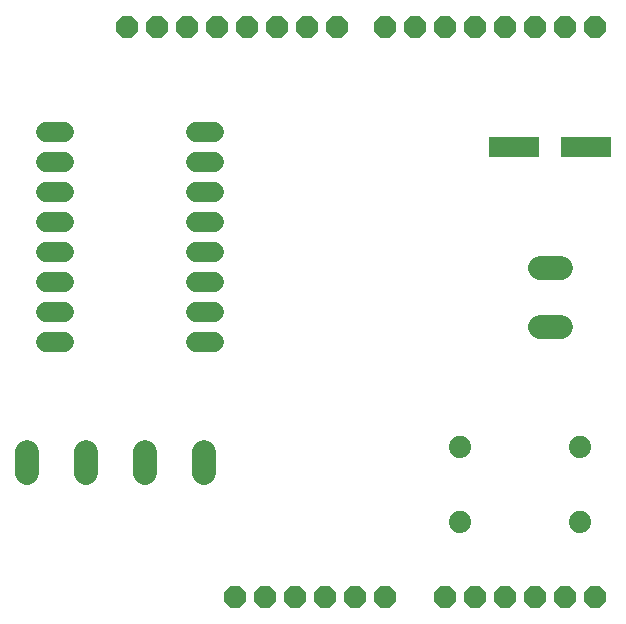
<source format=gts>
G75*
%MOIN*%
%OFA0B0*%
%FSLAX25Y25*%
%IPPOS*%
%LPD*%
%AMOC8*
5,1,8,0,0,1.08239X$1,22.5*
%
%ADD10R,0.16548X0.07099*%
%ADD11C,0.07400*%
%ADD12C,0.06800*%
%ADD13C,0.07850*%
%ADD14OC8,0.07400*%
D10*
X0249992Y0165000D03*
X0274008Y0165000D03*
D11*
X0272000Y0065000D03*
X0272000Y0040000D03*
X0232000Y0040000D03*
X0232000Y0065000D03*
D12*
X0150000Y0100000D02*
X0144000Y0100000D01*
X0144000Y0110000D02*
X0150000Y0110000D01*
X0150000Y0120000D02*
X0144000Y0120000D01*
X0144000Y0130000D02*
X0150000Y0130000D01*
X0150000Y0140000D02*
X0144000Y0140000D01*
X0144000Y0150000D02*
X0150000Y0150000D01*
X0150000Y0160000D02*
X0144000Y0160000D01*
X0144000Y0170000D02*
X0150000Y0170000D01*
X0100000Y0170000D02*
X0094000Y0170000D01*
X0094000Y0160000D02*
X0100000Y0160000D01*
X0100000Y0150000D02*
X0094000Y0150000D01*
X0094000Y0140000D02*
X0100000Y0140000D01*
X0100000Y0130000D02*
X0094000Y0130000D01*
X0094000Y0120000D02*
X0100000Y0120000D01*
X0100000Y0110000D02*
X0094000Y0110000D01*
X0094000Y0100000D02*
X0100000Y0100000D01*
D13*
X0087472Y0063525D02*
X0087472Y0056475D01*
X0107157Y0056475D02*
X0107157Y0063525D01*
X0126843Y0063525D02*
X0126843Y0056475D01*
X0146528Y0056475D02*
X0146528Y0063525D01*
X0258475Y0105157D02*
X0265525Y0105157D01*
X0265525Y0124843D02*
X0258475Y0124843D01*
D14*
X0257000Y0205000D03*
X0267000Y0205000D03*
X0277000Y0205000D03*
X0247000Y0205000D03*
X0237000Y0205000D03*
X0227000Y0205000D03*
X0217000Y0205000D03*
X0207000Y0205000D03*
X0191000Y0205000D03*
X0181000Y0205000D03*
X0171000Y0205000D03*
X0161000Y0205000D03*
X0151000Y0205000D03*
X0141000Y0205000D03*
X0131000Y0205000D03*
X0121000Y0205000D03*
X0157000Y0015000D03*
X0167000Y0015000D03*
X0177000Y0015000D03*
X0187000Y0015000D03*
X0197000Y0015000D03*
X0207000Y0015000D03*
X0227000Y0015000D03*
X0237000Y0015000D03*
X0247000Y0015000D03*
X0257000Y0015000D03*
X0267000Y0015000D03*
X0277000Y0015000D03*
M02*

</source>
